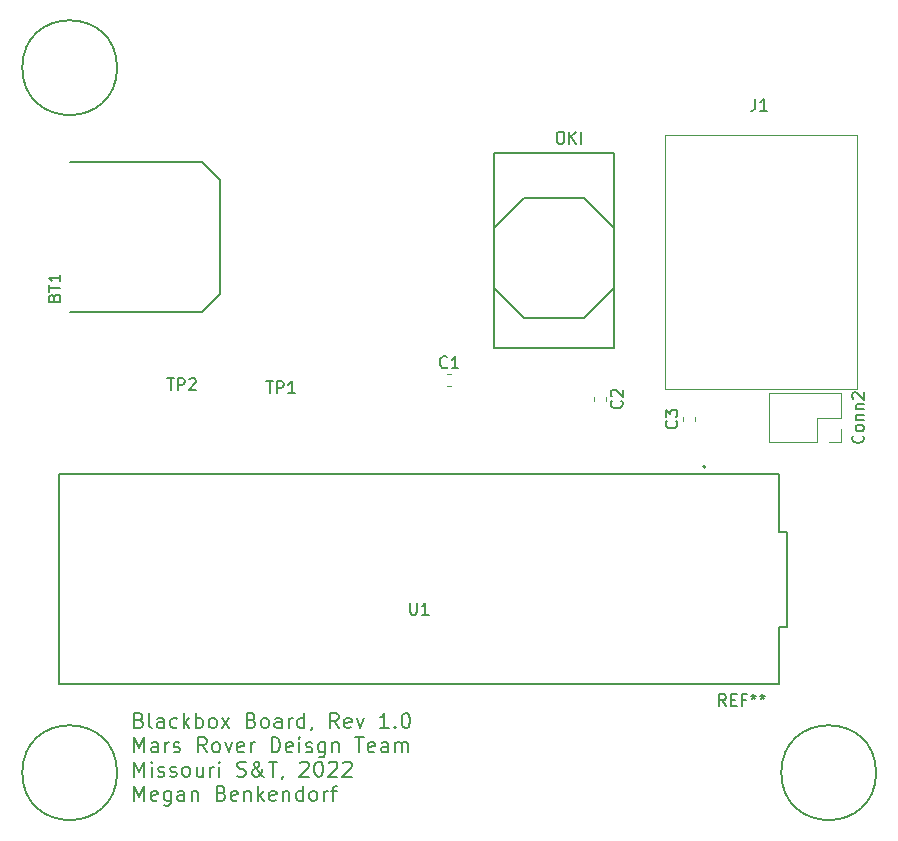
<source format=gbr>
%TF.GenerationSoftware,KiCad,Pcbnew,(5.1.10)-1*%
%TF.CreationDate,2021-12-04T17:03:40-06:00*%
%TF.ProjectId,blackbox_rev1,626c6163-6b62-46f7-985f-726576312e6b,rev?*%
%TF.SameCoordinates,Original*%
%TF.FileFunction,Legend,Top*%
%TF.FilePolarity,Positive*%
%FSLAX46Y46*%
G04 Gerber Fmt 4.6, Leading zero omitted, Abs format (unit mm)*
G04 Created by KiCad (PCBNEW (5.1.10)-1) date 2021-12-04 17:03:40*
%MOMM*%
%LPD*%
G01*
G04 APERTURE LIST*
%ADD10C,0.150000*%
%ADD11C,0.127000*%
%ADD12C,0.200000*%
%ADD13C,0.120000*%
G04 APERTURE END LIST*
D10*
X61783214Y-81916785D02*
X61964642Y-81977261D01*
X62025119Y-82037738D01*
X62085595Y-82158690D01*
X62085595Y-82340119D01*
X62025119Y-82461071D01*
X61964642Y-82521547D01*
X61843690Y-82582023D01*
X61359880Y-82582023D01*
X61359880Y-81312023D01*
X61783214Y-81312023D01*
X61904166Y-81372500D01*
X61964642Y-81432976D01*
X62025119Y-81553928D01*
X62025119Y-81674880D01*
X61964642Y-81795833D01*
X61904166Y-81856309D01*
X61783214Y-81916785D01*
X61359880Y-81916785D01*
X62811309Y-82582023D02*
X62690357Y-82521547D01*
X62629880Y-82400595D01*
X62629880Y-81312023D01*
X63839404Y-82582023D02*
X63839404Y-81916785D01*
X63778928Y-81795833D01*
X63657976Y-81735357D01*
X63416071Y-81735357D01*
X63295119Y-81795833D01*
X63839404Y-82521547D02*
X63718452Y-82582023D01*
X63416071Y-82582023D01*
X63295119Y-82521547D01*
X63234642Y-82400595D01*
X63234642Y-82279642D01*
X63295119Y-82158690D01*
X63416071Y-82098214D01*
X63718452Y-82098214D01*
X63839404Y-82037738D01*
X64988452Y-82521547D02*
X64867500Y-82582023D01*
X64625595Y-82582023D01*
X64504642Y-82521547D01*
X64444166Y-82461071D01*
X64383690Y-82340119D01*
X64383690Y-81977261D01*
X64444166Y-81856309D01*
X64504642Y-81795833D01*
X64625595Y-81735357D01*
X64867500Y-81735357D01*
X64988452Y-81795833D01*
X65532738Y-82582023D02*
X65532738Y-81312023D01*
X65653690Y-82098214D02*
X66016547Y-82582023D01*
X66016547Y-81735357D02*
X65532738Y-82219166D01*
X66560833Y-82582023D02*
X66560833Y-81312023D01*
X66560833Y-81795833D02*
X66681785Y-81735357D01*
X66923690Y-81735357D01*
X67044642Y-81795833D01*
X67105119Y-81856309D01*
X67165595Y-81977261D01*
X67165595Y-82340119D01*
X67105119Y-82461071D01*
X67044642Y-82521547D01*
X66923690Y-82582023D01*
X66681785Y-82582023D01*
X66560833Y-82521547D01*
X67891309Y-82582023D02*
X67770357Y-82521547D01*
X67709880Y-82461071D01*
X67649404Y-82340119D01*
X67649404Y-81977261D01*
X67709880Y-81856309D01*
X67770357Y-81795833D01*
X67891309Y-81735357D01*
X68072738Y-81735357D01*
X68193690Y-81795833D01*
X68254166Y-81856309D01*
X68314642Y-81977261D01*
X68314642Y-82340119D01*
X68254166Y-82461071D01*
X68193690Y-82521547D01*
X68072738Y-82582023D01*
X67891309Y-82582023D01*
X68737976Y-82582023D02*
X69403214Y-81735357D01*
X68737976Y-81735357D02*
X69403214Y-82582023D01*
X71277976Y-81916785D02*
X71459404Y-81977261D01*
X71519880Y-82037738D01*
X71580357Y-82158690D01*
X71580357Y-82340119D01*
X71519880Y-82461071D01*
X71459404Y-82521547D01*
X71338452Y-82582023D01*
X70854642Y-82582023D01*
X70854642Y-81312023D01*
X71277976Y-81312023D01*
X71398928Y-81372500D01*
X71459404Y-81432976D01*
X71519880Y-81553928D01*
X71519880Y-81674880D01*
X71459404Y-81795833D01*
X71398928Y-81856309D01*
X71277976Y-81916785D01*
X70854642Y-81916785D01*
X72306071Y-82582023D02*
X72185119Y-82521547D01*
X72124642Y-82461071D01*
X72064166Y-82340119D01*
X72064166Y-81977261D01*
X72124642Y-81856309D01*
X72185119Y-81795833D01*
X72306071Y-81735357D01*
X72487500Y-81735357D01*
X72608452Y-81795833D01*
X72668928Y-81856309D01*
X72729404Y-81977261D01*
X72729404Y-82340119D01*
X72668928Y-82461071D01*
X72608452Y-82521547D01*
X72487500Y-82582023D01*
X72306071Y-82582023D01*
X73817976Y-82582023D02*
X73817976Y-81916785D01*
X73757500Y-81795833D01*
X73636547Y-81735357D01*
X73394642Y-81735357D01*
X73273690Y-81795833D01*
X73817976Y-82521547D02*
X73697023Y-82582023D01*
X73394642Y-82582023D01*
X73273690Y-82521547D01*
X73213214Y-82400595D01*
X73213214Y-82279642D01*
X73273690Y-82158690D01*
X73394642Y-82098214D01*
X73697023Y-82098214D01*
X73817976Y-82037738D01*
X74422738Y-82582023D02*
X74422738Y-81735357D01*
X74422738Y-81977261D02*
X74483214Y-81856309D01*
X74543690Y-81795833D01*
X74664642Y-81735357D01*
X74785595Y-81735357D01*
X75753214Y-82582023D02*
X75753214Y-81312023D01*
X75753214Y-82521547D02*
X75632261Y-82582023D01*
X75390357Y-82582023D01*
X75269404Y-82521547D01*
X75208928Y-82461071D01*
X75148452Y-82340119D01*
X75148452Y-81977261D01*
X75208928Y-81856309D01*
X75269404Y-81795833D01*
X75390357Y-81735357D01*
X75632261Y-81735357D01*
X75753214Y-81795833D01*
X76418452Y-82521547D02*
X76418452Y-82582023D01*
X76357976Y-82702976D01*
X76297500Y-82763452D01*
X78656071Y-82582023D02*
X78232738Y-81977261D01*
X77930357Y-82582023D02*
X77930357Y-81312023D01*
X78414166Y-81312023D01*
X78535119Y-81372500D01*
X78595595Y-81432976D01*
X78656071Y-81553928D01*
X78656071Y-81735357D01*
X78595595Y-81856309D01*
X78535119Y-81916785D01*
X78414166Y-81977261D01*
X77930357Y-81977261D01*
X79684166Y-82521547D02*
X79563214Y-82582023D01*
X79321309Y-82582023D01*
X79200357Y-82521547D01*
X79139880Y-82400595D01*
X79139880Y-81916785D01*
X79200357Y-81795833D01*
X79321309Y-81735357D01*
X79563214Y-81735357D01*
X79684166Y-81795833D01*
X79744642Y-81916785D01*
X79744642Y-82037738D01*
X79139880Y-82158690D01*
X80167976Y-81735357D02*
X80470357Y-82582023D01*
X80772738Y-81735357D01*
X82889404Y-82582023D02*
X82163690Y-82582023D01*
X82526547Y-82582023D02*
X82526547Y-81312023D01*
X82405595Y-81493452D01*
X82284642Y-81614404D01*
X82163690Y-81674880D01*
X83433690Y-82461071D02*
X83494166Y-82521547D01*
X83433690Y-82582023D01*
X83373214Y-82521547D01*
X83433690Y-82461071D01*
X83433690Y-82582023D01*
X84280357Y-81312023D02*
X84401309Y-81312023D01*
X84522261Y-81372500D01*
X84582738Y-81432976D01*
X84643214Y-81553928D01*
X84703690Y-81795833D01*
X84703690Y-82098214D01*
X84643214Y-82340119D01*
X84582738Y-82461071D01*
X84522261Y-82521547D01*
X84401309Y-82582023D01*
X84280357Y-82582023D01*
X84159404Y-82521547D01*
X84098928Y-82461071D01*
X84038452Y-82340119D01*
X83977976Y-82098214D01*
X83977976Y-81795833D01*
X84038452Y-81553928D01*
X84098928Y-81432976D01*
X84159404Y-81372500D01*
X84280357Y-81312023D01*
X61359880Y-84637023D02*
X61359880Y-83367023D01*
X61783214Y-84274166D01*
X62206547Y-83367023D01*
X62206547Y-84637023D01*
X63355595Y-84637023D02*
X63355595Y-83971785D01*
X63295119Y-83850833D01*
X63174166Y-83790357D01*
X62932261Y-83790357D01*
X62811309Y-83850833D01*
X63355595Y-84576547D02*
X63234642Y-84637023D01*
X62932261Y-84637023D01*
X62811309Y-84576547D01*
X62750833Y-84455595D01*
X62750833Y-84334642D01*
X62811309Y-84213690D01*
X62932261Y-84153214D01*
X63234642Y-84153214D01*
X63355595Y-84092738D01*
X63960357Y-84637023D02*
X63960357Y-83790357D01*
X63960357Y-84032261D02*
X64020833Y-83911309D01*
X64081309Y-83850833D01*
X64202261Y-83790357D01*
X64323214Y-83790357D01*
X64686071Y-84576547D02*
X64807023Y-84637023D01*
X65048928Y-84637023D01*
X65169880Y-84576547D01*
X65230357Y-84455595D01*
X65230357Y-84395119D01*
X65169880Y-84274166D01*
X65048928Y-84213690D01*
X64867500Y-84213690D01*
X64746547Y-84153214D01*
X64686071Y-84032261D01*
X64686071Y-83971785D01*
X64746547Y-83850833D01*
X64867500Y-83790357D01*
X65048928Y-83790357D01*
X65169880Y-83850833D01*
X67467976Y-84637023D02*
X67044642Y-84032261D01*
X66742261Y-84637023D02*
X66742261Y-83367023D01*
X67226071Y-83367023D01*
X67347023Y-83427500D01*
X67407500Y-83487976D01*
X67467976Y-83608928D01*
X67467976Y-83790357D01*
X67407500Y-83911309D01*
X67347023Y-83971785D01*
X67226071Y-84032261D01*
X66742261Y-84032261D01*
X68193690Y-84637023D02*
X68072738Y-84576547D01*
X68012261Y-84516071D01*
X67951785Y-84395119D01*
X67951785Y-84032261D01*
X68012261Y-83911309D01*
X68072738Y-83850833D01*
X68193690Y-83790357D01*
X68375119Y-83790357D01*
X68496071Y-83850833D01*
X68556547Y-83911309D01*
X68617023Y-84032261D01*
X68617023Y-84395119D01*
X68556547Y-84516071D01*
X68496071Y-84576547D01*
X68375119Y-84637023D01*
X68193690Y-84637023D01*
X69040357Y-83790357D02*
X69342738Y-84637023D01*
X69645119Y-83790357D01*
X70612738Y-84576547D02*
X70491785Y-84637023D01*
X70249880Y-84637023D01*
X70128928Y-84576547D01*
X70068452Y-84455595D01*
X70068452Y-83971785D01*
X70128928Y-83850833D01*
X70249880Y-83790357D01*
X70491785Y-83790357D01*
X70612738Y-83850833D01*
X70673214Y-83971785D01*
X70673214Y-84092738D01*
X70068452Y-84213690D01*
X71217500Y-84637023D02*
X71217500Y-83790357D01*
X71217500Y-84032261D02*
X71277976Y-83911309D01*
X71338452Y-83850833D01*
X71459404Y-83790357D01*
X71580357Y-83790357D01*
X72971309Y-84637023D02*
X72971309Y-83367023D01*
X73273690Y-83367023D01*
X73455119Y-83427500D01*
X73576071Y-83548452D01*
X73636547Y-83669404D01*
X73697023Y-83911309D01*
X73697023Y-84092738D01*
X73636547Y-84334642D01*
X73576071Y-84455595D01*
X73455119Y-84576547D01*
X73273690Y-84637023D01*
X72971309Y-84637023D01*
X74725119Y-84576547D02*
X74604166Y-84637023D01*
X74362261Y-84637023D01*
X74241309Y-84576547D01*
X74180833Y-84455595D01*
X74180833Y-83971785D01*
X74241309Y-83850833D01*
X74362261Y-83790357D01*
X74604166Y-83790357D01*
X74725119Y-83850833D01*
X74785595Y-83971785D01*
X74785595Y-84092738D01*
X74180833Y-84213690D01*
X75329880Y-84637023D02*
X75329880Y-83790357D01*
X75329880Y-83367023D02*
X75269404Y-83427500D01*
X75329880Y-83487976D01*
X75390357Y-83427500D01*
X75329880Y-83367023D01*
X75329880Y-83487976D01*
X75874166Y-84576547D02*
X75995119Y-84637023D01*
X76237023Y-84637023D01*
X76357976Y-84576547D01*
X76418452Y-84455595D01*
X76418452Y-84395119D01*
X76357976Y-84274166D01*
X76237023Y-84213690D01*
X76055595Y-84213690D01*
X75934642Y-84153214D01*
X75874166Y-84032261D01*
X75874166Y-83971785D01*
X75934642Y-83850833D01*
X76055595Y-83790357D01*
X76237023Y-83790357D01*
X76357976Y-83850833D01*
X77507023Y-83790357D02*
X77507023Y-84818452D01*
X77446547Y-84939404D01*
X77386071Y-84999880D01*
X77265119Y-85060357D01*
X77083690Y-85060357D01*
X76962738Y-84999880D01*
X77507023Y-84576547D02*
X77386071Y-84637023D01*
X77144166Y-84637023D01*
X77023214Y-84576547D01*
X76962738Y-84516071D01*
X76902261Y-84395119D01*
X76902261Y-84032261D01*
X76962738Y-83911309D01*
X77023214Y-83850833D01*
X77144166Y-83790357D01*
X77386071Y-83790357D01*
X77507023Y-83850833D01*
X78111785Y-83790357D02*
X78111785Y-84637023D01*
X78111785Y-83911309D02*
X78172261Y-83850833D01*
X78293214Y-83790357D01*
X78474642Y-83790357D01*
X78595595Y-83850833D01*
X78656071Y-83971785D01*
X78656071Y-84637023D01*
X80047023Y-83367023D02*
X80772738Y-83367023D01*
X80409880Y-84637023D02*
X80409880Y-83367023D01*
X81679880Y-84576547D02*
X81558928Y-84637023D01*
X81317023Y-84637023D01*
X81196071Y-84576547D01*
X81135595Y-84455595D01*
X81135595Y-83971785D01*
X81196071Y-83850833D01*
X81317023Y-83790357D01*
X81558928Y-83790357D01*
X81679880Y-83850833D01*
X81740357Y-83971785D01*
X81740357Y-84092738D01*
X81135595Y-84213690D01*
X82828928Y-84637023D02*
X82828928Y-83971785D01*
X82768452Y-83850833D01*
X82647500Y-83790357D01*
X82405595Y-83790357D01*
X82284642Y-83850833D01*
X82828928Y-84576547D02*
X82707976Y-84637023D01*
X82405595Y-84637023D01*
X82284642Y-84576547D01*
X82224166Y-84455595D01*
X82224166Y-84334642D01*
X82284642Y-84213690D01*
X82405595Y-84153214D01*
X82707976Y-84153214D01*
X82828928Y-84092738D01*
X83433690Y-84637023D02*
X83433690Y-83790357D01*
X83433690Y-83911309D02*
X83494166Y-83850833D01*
X83615119Y-83790357D01*
X83796547Y-83790357D01*
X83917500Y-83850833D01*
X83977976Y-83971785D01*
X83977976Y-84637023D01*
X83977976Y-83971785D02*
X84038452Y-83850833D01*
X84159404Y-83790357D01*
X84340833Y-83790357D01*
X84461785Y-83850833D01*
X84522261Y-83971785D01*
X84522261Y-84637023D01*
X61359880Y-86692023D02*
X61359880Y-85422023D01*
X61783214Y-86329166D01*
X62206547Y-85422023D01*
X62206547Y-86692023D01*
X62811309Y-86692023D02*
X62811309Y-85845357D01*
X62811309Y-85422023D02*
X62750833Y-85482500D01*
X62811309Y-85542976D01*
X62871785Y-85482500D01*
X62811309Y-85422023D01*
X62811309Y-85542976D01*
X63355595Y-86631547D02*
X63476547Y-86692023D01*
X63718452Y-86692023D01*
X63839404Y-86631547D01*
X63899880Y-86510595D01*
X63899880Y-86450119D01*
X63839404Y-86329166D01*
X63718452Y-86268690D01*
X63537023Y-86268690D01*
X63416071Y-86208214D01*
X63355595Y-86087261D01*
X63355595Y-86026785D01*
X63416071Y-85905833D01*
X63537023Y-85845357D01*
X63718452Y-85845357D01*
X63839404Y-85905833D01*
X64383690Y-86631547D02*
X64504642Y-86692023D01*
X64746547Y-86692023D01*
X64867500Y-86631547D01*
X64927976Y-86510595D01*
X64927976Y-86450119D01*
X64867500Y-86329166D01*
X64746547Y-86268690D01*
X64565119Y-86268690D01*
X64444166Y-86208214D01*
X64383690Y-86087261D01*
X64383690Y-86026785D01*
X64444166Y-85905833D01*
X64565119Y-85845357D01*
X64746547Y-85845357D01*
X64867500Y-85905833D01*
X65653690Y-86692023D02*
X65532738Y-86631547D01*
X65472261Y-86571071D01*
X65411785Y-86450119D01*
X65411785Y-86087261D01*
X65472261Y-85966309D01*
X65532738Y-85905833D01*
X65653690Y-85845357D01*
X65835119Y-85845357D01*
X65956071Y-85905833D01*
X66016547Y-85966309D01*
X66077023Y-86087261D01*
X66077023Y-86450119D01*
X66016547Y-86571071D01*
X65956071Y-86631547D01*
X65835119Y-86692023D01*
X65653690Y-86692023D01*
X67165595Y-85845357D02*
X67165595Y-86692023D01*
X66621309Y-85845357D02*
X66621309Y-86510595D01*
X66681785Y-86631547D01*
X66802738Y-86692023D01*
X66984166Y-86692023D01*
X67105119Y-86631547D01*
X67165595Y-86571071D01*
X67770357Y-86692023D02*
X67770357Y-85845357D01*
X67770357Y-86087261D02*
X67830833Y-85966309D01*
X67891309Y-85905833D01*
X68012261Y-85845357D01*
X68133214Y-85845357D01*
X68556547Y-86692023D02*
X68556547Y-85845357D01*
X68556547Y-85422023D02*
X68496071Y-85482500D01*
X68556547Y-85542976D01*
X68617023Y-85482500D01*
X68556547Y-85422023D01*
X68556547Y-85542976D01*
X70068452Y-86631547D02*
X70249880Y-86692023D01*
X70552261Y-86692023D01*
X70673214Y-86631547D01*
X70733690Y-86571071D01*
X70794166Y-86450119D01*
X70794166Y-86329166D01*
X70733690Y-86208214D01*
X70673214Y-86147738D01*
X70552261Y-86087261D01*
X70310357Y-86026785D01*
X70189404Y-85966309D01*
X70128928Y-85905833D01*
X70068452Y-85784880D01*
X70068452Y-85663928D01*
X70128928Y-85542976D01*
X70189404Y-85482500D01*
X70310357Y-85422023D01*
X70612738Y-85422023D01*
X70794166Y-85482500D01*
X72366547Y-86692023D02*
X72306071Y-86692023D01*
X72185119Y-86631547D01*
X72003690Y-86450119D01*
X71701309Y-86087261D01*
X71580357Y-85905833D01*
X71519880Y-85724404D01*
X71519880Y-85603452D01*
X71580357Y-85482500D01*
X71701309Y-85422023D01*
X71761785Y-85422023D01*
X71882738Y-85482500D01*
X71943214Y-85603452D01*
X71943214Y-85663928D01*
X71882738Y-85784880D01*
X71822261Y-85845357D01*
X71459404Y-86087261D01*
X71398928Y-86147738D01*
X71338452Y-86268690D01*
X71338452Y-86450119D01*
X71398928Y-86571071D01*
X71459404Y-86631547D01*
X71580357Y-86692023D01*
X71761785Y-86692023D01*
X71882738Y-86631547D01*
X71943214Y-86571071D01*
X72124642Y-86329166D01*
X72185119Y-86147738D01*
X72185119Y-86026785D01*
X72729404Y-85422023D02*
X73455119Y-85422023D01*
X73092261Y-86692023D02*
X73092261Y-85422023D01*
X73938928Y-86631547D02*
X73938928Y-86692023D01*
X73878452Y-86812976D01*
X73817976Y-86873452D01*
X75390357Y-85542976D02*
X75450833Y-85482500D01*
X75571785Y-85422023D01*
X75874166Y-85422023D01*
X75995119Y-85482500D01*
X76055595Y-85542976D01*
X76116071Y-85663928D01*
X76116071Y-85784880D01*
X76055595Y-85966309D01*
X75329880Y-86692023D01*
X76116071Y-86692023D01*
X76902261Y-85422023D02*
X77023214Y-85422023D01*
X77144166Y-85482500D01*
X77204642Y-85542976D01*
X77265119Y-85663928D01*
X77325595Y-85905833D01*
X77325595Y-86208214D01*
X77265119Y-86450119D01*
X77204642Y-86571071D01*
X77144166Y-86631547D01*
X77023214Y-86692023D01*
X76902261Y-86692023D01*
X76781309Y-86631547D01*
X76720833Y-86571071D01*
X76660357Y-86450119D01*
X76599880Y-86208214D01*
X76599880Y-85905833D01*
X76660357Y-85663928D01*
X76720833Y-85542976D01*
X76781309Y-85482500D01*
X76902261Y-85422023D01*
X77809404Y-85542976D02*
X77869880Y-85482500D01*
X77990833Y-85422023D01*
X78293214Y-85422023D01*
X78414166Y-85482500D01*
X78474642Y-85542976D01*
X78535119Y-85663928D01*
X78535119Y-85784880D01*
X78474642Y-85966309D01*
X77748928Y-86692023D01*
X78535119Y-86692023D01*
X79018928Y-85542976D02*
X79079404Y-85482500D01*
X79200357Y-85422023D01*
X79502738Y-85422023D01*
X79623690Y-85482500D01*
X79684166Y-85542976D01*
X79744642Y-85663928D01*
X79744642Y-85784880D01*
X79684166Y-85966309D01*
X78958452Y-86692023D01*
X79744642Y-86692023D01*
X61359880Y-88747023D02*
X61359880Y-87477023D01*
X61783214Y-88384166D01*
X62206547Y-87477023D01*
X62206547Y-88747023D01*
X63295119Y-88686547D02*
X63174166Y-88747023D01*
X62932261Y-88747023D01*
X62811309Y-88686547D01*
X62750833Y-88565595D01*
X62750833Y-88081785D01*
X62811309Y-87960833D01*
X62932261Y-87900357D01*
X63174166Y-87900357D01*
X63295119Y-87960833D01*
X63355595Y-88081785D01*
X63355595Y-88202738D01*
X62750833Y-88323690D01*
X64444166Y-87900357D02*
X64444166Y-88928452D01*
X64383690Y-89049404D01*
X64323214Y-89109880D01*
X64202261Y-89170357D01*
X64020833Y-89170357D01*
X63899880Y-89109880D01*
X64444166Y-88686547D02*
X64323214Y-88747023D01*
X64081309Y-88747023D01*
X63960357Y-88686547D01*
X63899880Y-88626071D01*
X63839404Y-88505119D01*
X63839404Y-88142261D01*
X63899880Y-88021309D01*
X63960357Y-87960833D01*
X64081309Y-87900357D01*
X64323214Y-87900357D01*
X64444166Y-87960833D01*
X65593214Y-88747023D02*
X65593214Y-88081785D01*
X65532738Y-87960833D01*
X65411785Y-87900357D01*
X65169880Y-87900357D01*
X65048928Y-87960833D01*
X65593214Y-88686547D02*
X65472261Y-88747023D01*
X65169880Y-88747023D01*
X65048928Y-88686547D01*
X64988452Y-88565595D01*
X64988452Y-88444642D01*
X65048928Y-88323690D01*
X65169880Y-88263214D01*
X65472261Y-88263214D01*
X65593214Y-88202738D01*
X66197976Y-87900357D02*
X66197976Y-88747023D01*
X66197976Y-88021309D02*
X66258452Y-87960833D01*
X66379404Y-87900357D01*
X66560833Y-87900357D01*
X66681785Y-87960833D01*
X66742261Y-88081785D01*
X66742261Y-88747023D01*
X68737976Y-88081785D02*
X68919404Y-88142261D01*
X68979880Y-88202738D01*
X69040357Y-88323690D01*
X69040357Y-88505119D01*
X68979880Y-88626071D01*
X68919404Y-88686547D01*
X68798452Y-88747023D01*
X68314642Y-88747023D01*
X68314642Y-87477023D01*
X68737976Y-87477023D01*
X68858928Y-87537500D01*
X68919404Y-87597976D01*
X68979880Y-87718928D01*
X68979880Y-87839880D01*
X68919404Y-87960833D01*
X68858928Y-88021309D01*
X68737976Y-88081785D01*
X68314642Y-88081785D01*
X70068452Y-88686547D02*
X69947500Y-88747023D01*
X69705595Y-88747023D01*
X69584642Y-88686547D01*
X69524166Y-88565595D01*
X69524166Y-88081785D01*
X69584642Y-87960833D01*
X69705595Y-87900357D01*
X69947500Y-87900357D01*
X70068452Y-87960833D01*
X70128928Y-88081785D01*
X70128928Y-88202738D01*
X69524166Y-88323690D01*
X70673214Y-87900357D02*
X70673214Y-88747023D01*
X70673214Y-88021309D02*
X70733690Y-87960833D01*
X70854642Y-87900357D01*
X71036071Y-87900357D01*
X71157023Y-87960833D01*
X71217500Y-88081785D01*
X71217500Y-88747023D01*
X71822261Y-88747023D02*
X71822261Y-87477023D01*
X71943214Y-88263214D02*
X72306071Y-88747023D01*
X72306071Y-87900357D02*
X71822261Y-88384166D01*
X73334166Y-88686547D02*
X73213214Y-88747023D01*
X72971309Y-88747023D01*
X72850357Y-88686547D01*
X72789880Y-88565595D01*
X72789880Y-88081785D01*
X72850357Y-87960833D01*
X72971309Y-87900357D01*
X73213214Y-87900357D01*
X73334166Y-87960833D01*
X73394642Y-88081785D01*
X73394642Y-88202738D01*
X72789880Y-88323690D01*
X73938928Y-87900357D02*
X73938928Y-88747023D01*
X73938928Y-88021309D02*
X73999404Y-87960833D01*
X74120357Y-87900357D01*
X74301785Y-87900357D01*
X74422738Y-87960833D01*
X74483214Y-88081785D01*
X74483214Y-88747023D01*
X75632261Y-88747023D02*
X75632261Y-87477023D01*
X75632261Y-88686547D02*
X75511309Y-88747023D01*
X75269404Y-88747023D01*
X75148452Y-88686547D01*
X75087976Y-88626071D01*
X75027500Y-88505119D01*
X75027500Y-88142261D01*
X75087976Y-88021309D01*
X75148452Y-87960833D01*
X75269404Y-87900357D01*
X75511309Y-87900357D01*
X75632261Y-87960833D01*
X76418452Y-88747023D02*
X76297500Y-88686547D01*
X76237023Y-88626071D01*
X76176547Y-88505119D01*
X76176547Y-88142261D01*
X76237023Y-88021309D01*
X76297500Y-87960833D01*
X76418452Y-87900357D01*
X76599880Y-87900357D01*
X76720833Y-87960833D01*
X76781309Y-88021309D01*
X76841785Y-88142261D01*
X76841785Y-88505119D01*
X76781309Y-88626071D01*
X76720833Y-88686547D01*
X76599880Y-88747023D01*
X76418452Y-88747023D01*
X77386071Y-88747023D02*
X77386071Y-87900357D01*
X77386071Y-88142261D02*
X77446547Y-88021309D01*
X77507023Y-87960833D01*
X77627976Y-87900357D01*
X77748928Y-87900357D01*
X77990833Y-87900357D02*
X78474642Y-87900357D01*
X78172261Y-88747023D02*
X78172261Y-87658452D01*
X78232738Y-87537500D01*
X78353690Y-87477023D01*
X78474642Y-87477023D01*
D11*
%TO.C,U1*%
X115951000Y-78867000D02*
X115951000Y-74007000D01*
X54991000Y-78867000D02*
X54991000Y-61087000D01*
D12*
X109701000Y-60477000D02*
G75*
G03*
X109701000Y-60477000I-100000J0D01*
G01*
D11*
X116651000Y-65947000D02*
X116651000Y-74007000D01*
X115951000Y-74007000D02*
X116651000Y-74007000D01*
X115951000Y-65947000D02*
X116651000Y-65947000D01*
X54991000Y-61087000D02*
X115951000Y-61087000D01*
X115951000Y-61087000D02*
X115951000Y-65947000D01*
X115951000Y-78867000D02*
X54991000Y-78867000D01*
D10*
%TO.C,REF\u002A\u002A*%
X59893200Y-26670000D02*
G75*
G03*
X59893200Y-26670000I-4013200J0D01*
G01*
X124155200Y-86360000D02*
G75*
G03*
X124155200Y-86360000I-4013200J0D01*
G01*
X59893200Y-86360000D02*
G75*
G03*
X59893200Y-86360000I-4013200J0D01*
G01*
D13*
%TO.C,Conn2*%
X121220800Y-54235800D02*
X121220800Y-56295800D01*
X121220800Y-54235800D02*
X115100800Y-54235800D01*
X115100800Y-54235800D02*
X115100800Y-58355800D01*
X119160800Y-58355800D02*
X115100800Y-58355800D01*
X119160800Y-56295800D02*
X119160800Y-58355800D01*
X121220800Y-56295800D02*
X119160800Y-56295800D01*
X121220800Y-58355800D02*
X120160800Y-58355800D01*
X121220800Y-57295800D02*
X121220800Y-58355800D01*
D10*
%TO.C,U2*%
X99441000Y-37719000D02*
X101981000Y-40259000D01*
X101981000Y-40259000D02*
X101981000Y-45339000D01*
X101981000Y-45339000D02*
X99441000Y-47879000D01*
X99441000Y-47879000D02*
X94361000Y-47879000D01*
X94361000Y-47879000D02*
X91821000Y-45339000D01*
X91821000Y-45339000D02*
X91821000Y-40259000D01*
X91821000Y-40259000D02*
X94361000Y-37719000D01*
X94361000Y-37719000D02*
X99441000Y-37719000D01*
X91821000Y-50419000D02*
X101981000Y-50419000D01*
X91821000Y-33909000D02*
X101981000Y-33909000D01*
X101981000Y-33909000D02*
X101981000Y-50419000D01*
X91821000Y-50419000D02*
X91821000Y-33909000D01*
D13*
%TO.C,J1*%
X122499200Y-32353000D02*
X106249200Y-32353000D01*
X106249200Y-32353000D02*
X106249200Y-53903000D01*
X122499200Y-53903000D02*
X106249200Y-53903000D01*
X122499200Y-32353000D02*
X122499200Y-53903000D01*
%TO.C,C3*%
X107795600Y-56559667D02*
X107795600Y-56267133D01*
X108815600Y-56559667D02*
X108815600Y-56267133D01*
%TO.C,C2*%
X101322600Y-54565333D02*
X101322600Y-54857867D01*
X100302600Y-54565333D02*
X100302600Y-54857867D01*
%TO.C,C1*%
X87864733Y-52576000D02*
X88157267Y-52576000D01*
X87864733Y-53596000D02*
X88157267Y-53596000D01*
D10*
%TO.C,BT1*%
X68580000Y-45847000D02*
X68580000Y-36195000D01*
X67056000Y-47371000D02*
X68580000Y-45847000D01*
X67056000Y-34671000D02*
X68580000Y-36195000D01*
X55880000Y-34671000D02*
X67056000Y-34671000D01*
X55880000Y-47371000D02*
X67056000Y-47371000D01*
%TO.C,U1*%
X84709095Y-71969380D02*
X84709095Y-72778904D01*
X84756714Y-72874142D01*
X84804333Y-72921761D01*
X84899571Y-72969380D01*
X85090047Y-72969380D01*
X85185285Y-72921761D01*
X85232904Y-72874142D01*
X85280523Y-72778904D01*
X85280523Y-71969380D01*
X86280523Y-72969380D02*
X85709095Y-72969380D01*
X85994809Y-72969380D02*
X85994809Y-71969380D01*
X85899571Y-72112238D01*
X85804333Y-72207476D01*
X85709095Y-72255095D01*
X111442666Y-80724380D02*
X111109333Y-80248190D01*
X110871238Y-80724380D02*
X110871238Y-79724380D01*
X111252190Y-79724380D01*
X111347428Y-79772000D01*
X111395047Y-79819619D01*
X111442666Y-79914857D01*
X111442666Y-80057714D01*
X111395047Y-80152952D01*
X111347428Y-80200571D01*
X111252190Y-80248190D01*
X110871238Y-80248190D01*
X111871238Y-80200571D02*
X112204571Y-80200571D01*
X112347428Y-80724380D02*
X111871238Y-80724380D01*
X111871238Y-79724380D01*
X112347428Y-79724380D01*
X113109333Y-80200571D02*
X112776000Y-80200571D01*
X112776000Y-80724380D02*
X112776000Y-79724380D01*
X113252190Y-79724380D01*
X113776000Y-79724380D02*
X113776000Y-79962476D01*
X113537904Y-79867238D02*
X113776000Y-79962476D01*
X114014095Y-79867238D01*
X113633142Y-80152952D02*
X113776000Y-79962476D01*
X113918857Y-80152952D01*
X114537904Y-79724380D02*
X114537904Y-79962476D01*
X114299809Y-79867238D02*
X114537904Y-79962476D01*
X114776000Y-79867238D01*
X114395047Y-80152952D02*
X114537904Y-79962476D01*
X114680761Y-80152952D01*
%TO.C,Conn2*%
X123017942Y-57819609D02*
X123065561Y-57867228D01*
X123113180Y-58010085D01*
X123113180Y-58105323D01*
X123065561Y-58248180D01*
X122970323Y-58343419D01*
X122875085Y-58391038D01*
X122684609Y-58438657D01*
X122541752Y-58438657D01*
X122351276Y-58391038D01*
X122256038Y-58343419D01*
X122160800Y-58248180D01*
X122113180Y-58105323D01*
X122113180Y-58010085D01*
X122160800Y-57867228D01*
X122208419Y-57819609D01*
X123113180Y-57248180D02*
X123065561Y-57343419D01*
X123017942Y-57391038D01*
X122922704Y-57438657D01*
X122636990Y-57438657D01*
X122541752Y-57391038D01*
X122494133Y-57343419D01*
X122446514Y-57248180D01*
X122446514Y-57105323D01*
X122494133Y-57010085D01*
X122541752Y-56962466D01*
X122636990Y-56914847D01*
X122922704Y-56914847D01*
X123017942Y-56962466D01*
X123065561Y-57010085D01*
X123113180Y-57105323D01*
X123113180Y-57248180D01*
X122446514Y-56486276D02*
X123113180Y-56486276D01*
X122541752Y-56486276D02*
X122494133Y-56438657D01*
X122446514Y-56343419D01*
X122446514Y-56200561D01*
X122494133Y-56105323D01*
X122589371Y-56057704D01*
X123113180Y-56057704D01*
X122446514Y-55581514D02*
X123113180Y-55581514D01*
X122541752Y-55581514D02*
X122494133Y-55533895D01*
X122446514Y-55438657D01*
X122446514Y-55295800D01*
X122494133Y-55200561D01*
X122589371Y-55152942D01*
X123113180Y-55152942D01*
X122208419Y-54724371D02*
X122160800Y-54676752D01*
X122113180Y-54581514D01*
X122113180Y-54343419D01*
X122160800Y-54248180D01*
X122208419Y-54200561D01*
X122303657Y-54152942D01*
X122398895Y-54152942D01*
X122541752Y-54200561D01*
X123113180Y-54771990D01*
X123113180Y-54152942D01*
%TO.C,U2*%
X97337666Y-32091380D02*
X97528142Y-32091380D01*
X97623380Y-32139000D01*
X97718619Y-32234238D01*
X97766238Y-32424714D01*
X97766238Y-32758047D01*
X97718619Y-32948523D01*
X97623380Y-33043761D01*
X97528142Y-33091380D01*
X97337666Y-33091380D01*
X97242428Y-33043761D01*
X97147190Y-32948523D01*
X97099571Y-32758047D01*
X97099571Y-32424714D01*
X97147190Y-32234238D01*
X97242428Y-32139000D01*
X97337666Y-32091380D01*
X98194809Y-33091380D02*
X98194809Y-32091380D01*
X98766238Y-33091380D02*
X98337666Y-32519952D01*
X98766238Y-32091380D02*
X98194809Y-32662809D01*
X99194809Y-33091380D02*
X99194809Y-32091380D01*
%TO.C,TP2*%
X64143095Y-52975380D02*
X64714523Y-52975380D01*
X64428809Y-53975380D02*
X64428809Y-52975380D01*
X65047857Y-53975380D02*
X65047857Y-52975380D01*
X65428809Y-52975380D01*
X65524047Y-53023000D01*
X65571666Y-53070619D01*
X65619285Y-53165857D01*
X65619285Y-53308714D01*
X65571666Y-53403952D01*
X65524047Y-53451571D01*
X65428809Y-53499190D01*
X65047857Y-53499190D01*
X66000238Y-53070619D02*
X66047857Y-53023000D01*
X66143095Y-52975380D01*
X66381190Y-52975380D01*
X66476428Y-53023000D01*
X66524047Y-53070619D01*
X66571666Y-53165857D01*
X66571666Y-53261095D01*
X66524047Y-53403952D01*
X65952619Y-53975380D01*
X66571666Y-53975380D01*
%TO.C,TP1*%
X72525095Y-53229380D02*
X73096523Y-53229380D01*
X72810809Y-54229380D02*
X72810809Y-53229380D01*
X73429857Y-54229380D02*
X73429857Y-53229380D01*
X73810809Y-53229380D01*
X73906047Y-53277000D01*
X73953666Y-53324619D01*
X74001285Y-53419857D01*
X74001285Y-53562714D01*
X73953666Y-53657952D01*
X73906047Y-53705571D01*
X73810809Y-53753190D01*
X73429857Y-53753190D01*
X74953666Y-54229380D02*
X74382238Y-54229380D01*
X74667952Y-54229380D02*
X74667952Y-53229380D01*
X74572714Y-53372238D01*
X74477476Y-53467476D01*
X74382238Y-53515095D01*
%TO.C,J1*%
X113915866Y-29305380D02*
X113915866Y-30019666D01*
X113868247Y-30162523D01*
X113773009Y-30257761D01*
X113630152Y-30305380D01*
X113534914Y-30305380D01*
X114915866Y-30305380D02*
X114344438Y-30305380D01*
X114630152Y-30305380D02*
X114630152Y-29305380D01*
X114534914Y-29448238D01*
X114439676Y-29543476D01*
X114344438Y-29591095D01*
%TO.C,C3*%
X107232742Y-56580066D02*
X107280361Y-56627685D01*
X107327980Y-56770542D01*
X107327980Y-56865780D01*
X107280361Y-57008638D01*
X107185123Y-57103876D01*
X107089885Y-57151495D01*
X106899409Y-57199114D01*
X106756552Y-57199114D01*
X106566076Y-57151495D01*
X106470838Y-57103876D01*
X106375600Y-57008638D01*
X106327980Y-56865780D01*
X106327980Y-56770542D01*
X106375600Y-56627685D01*
X106423219Y-56580066D01*
X106327980Y-56246733D02*
X106327980Y-55627685D01*
X106708933Y-55961019D01*
X106708933Y-55818161D01*
X106756552Y-55722923D01*
X106804171Y-55675304D01*
X106899409Y-55627685D01*
X107137504Y-55627685D01*
X107232742Y-55675304D01*
X107280361Y-55722923D01*
X107327980Y-55818161D01*
X107327980Y-56103876D01*
X107280361Y-56199114D01*
X107232742Y-56246733D01*
%TO.C,C2*%
X102599742Y-54878266D02*
X102647361Y-54925885D01*
X102694980Y-55068742D01*
X102694980Y-55163980D01*
X102647361Y-55306838D01*
X102552123Y-55402076D01*
X102456885Y-55449695D01*
X102266409Y-55497314D01*
X102123552Y-55497314D01*
X101933076Y-55449695D01*
X101837838Y-55402076D01*
X101742600Y-55306838D01*
X101694980Y-55163980D01*
X101694980Y-55068742D01*
X101742600Y-54925885D01*
X101790219Y-54878266D01*
X101790219Y-54497314D02*
X101742600Y-54449695D01*
X101694980Y-54354457D01*
X101694980Y-54116361D01*
X101742600Y-54021123D01*
X101790219Y-53973504D01*
X101885457Y-53925885D01*
X101980695Y-53925885D01*
X102123552Y-53973504D01*
X102694980Y-54544933D01*
X102694980Y-53925885D01*
%TO.C,C1*%
X87844333Y-52013142D02*
X87796714Y-52060761D01*
X87653857Y-52108380D01*
X87558619Y-52108380D01*
X87415761Y-52060761D01*
X87320523Y-51965523D01*
X87272904Y-51870285D01*
X87225285Y-51679809D01*
X87225285Y-51536952D01*
X87272904Y-51346476D01*
X87320523Y-51251238D01*
X87415761Y-51156000D01*
X87558619Y-51108380D01*
X87653857Y-51108380D01*
X87796714Y-51156000D01*
X87844333Y-51203619D01*
X88796714Y-52108380D02*
X88225285Y-52108380D01*
X88511000Y-52108380D02*
X88511000Y-51108380D01*
X88415761Y-51251238D01*
X88320523Y-51346476D01*
X88225285Y-51394095D01*
%TO.C,BT1*%
X54563971Y-46150114D02*
X54611590Y-46007257D01*
X54659209Y-45959638D01*
X54754447Y-45912019D01*
X54897304Y-45912019D01*
X54992542Y-45959638D01*
X55040161Y-46007257D01*
X55087780Y-46102495D01*
X55087780Y-46483447D01*
X54087780Y-46483447D01*
X54087780Y-46150114D01*
X54135400Y-46054876D01*
X54183019Y-46007257D01*
X54278257Y-45959638D01*
X54373495Y-45959638D01*
X54468733Y-46007257D01*
X54516352Y-46054876D01*
X54563971Y-46150114D01*
X54563971Y-46483447D01*
X54087780Y-45626304D02*
X54087780Y-45054876D01*
X55087780Y-45340590D02*
X54087780Y-45340590D01*
X55087780Y-44197733D02*
X55087780Y-44769161D01*
X55087780Y-44483447D02*
X54087780Y-44483447D01*
X54230638Y-44578685D01*
X54325876Y-44673923D01*
X54373495Y-44769161D01*
%TD*%
M02*

</source>
